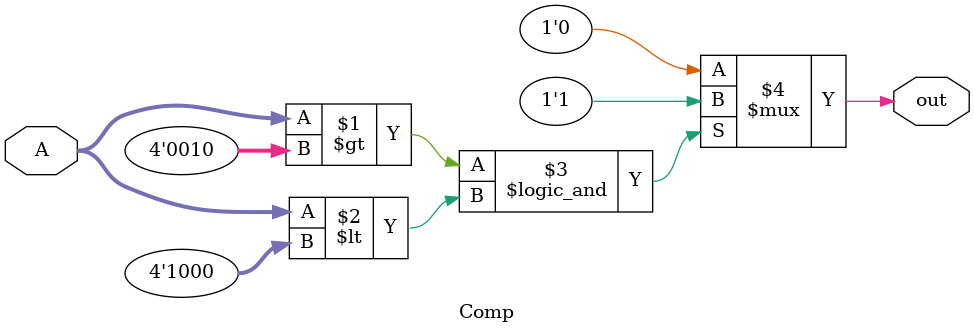
<source format=v>
module Comp(A, out);

input [3:0] A;
output out;

assign out = ((A > 4'b0010) && (A < 4'b1000))? 1'b1 : 1'b0;

endmodule
</source>
